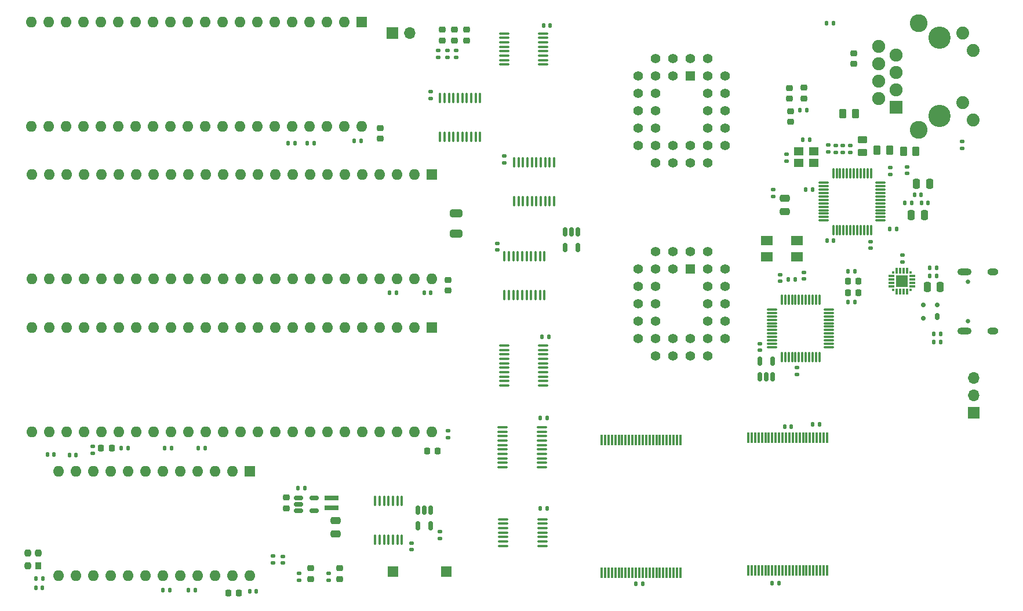
<source format=gts>
G04 #@! TF.GenerationSoftware,KiCad,Pcbnew,8.0.4*
G04 #@! TF.CreationDate,2024-08-18T20:29:47-07:00*
G04 #@! TF.ProjectId,ns32k,6e733332-6b2e-46b6-9963-61645f706362,5*
G04 #@! TF.SameCoordinates,Original*
G04 #@! TF.FileFunction,Soldermask,Top*
G04 #@! TF.FilePolarity,Negative*
%FSLAX46Y46*%
G04 Gerber Fmt 4.6, Leading zero omitted, Abs format (unit mm)*
G04 Created by KiCad (PCBNEW 8.0.4) date 2024-08-18 20:29:47*
%MOMM*%
%LPD*%
G01*
G04 APERTURE LIST*
G04 Aperture macros list*
%AMRoundRect*
0 Rectangle with rounded corners*
0 $1 Rounding radius*
0 $2 $3 $4 $5 $6 $7 $8 $9 X,Y pos of 4 corners*
0 Add a 4 corners polygon primitive as box body*
4,1,4,$2,$3,$4,$5,$6,$7,$8,$9,$2,$3,0*
0 Add four circle primitives for the rounded corners*
1,1,$1+$1,$2,$3*
1,1,$1+$1,$4,$5*
1,1,$1+$1,$6,$7*
1,1,$1+$1,$8,$9*
0 Add four rect primitives between the rounded corners*
20,1,$1+$1,$2,$3,$4,$5,0*
20,1,$1+$1,$4,$5,$6,$7,0*
20,1,$1+$1,$6,$7,$8,$9,0*
20,1,$1+$1,$8,$9,$2,$3,0*%
G04 Aperture macros list end*
%ADD10R,2.000000X0.700000*%
%ADD11RoundRect,0.135000X0.185000X-0.135000X0.185000X0.135000X-0.185000X0.135000X-0.185000X-0.135000X0*%
%ADD12RoundRect,0.140000X0.140000X0.170000X-0.140000X0.170000X-0.140000X-0.170000X0.140000X-0.170000X0*%
%ADD13RoundRect,0.135000X0.135000X0.185000X-0.135000X0.185000X-0.135000X-0.185000X0.135000X-0.185000X0*%
%ADD14RoundRect,0.250000X-0.475000X0.250000X-0.475000X-0.250000X0.475000X-0.250000X0.475000X0.250000X0*%
%ADD15RoundRect,0.140000X-0.170000X0.140000X-0.170000X-0.140000X0.170000X-0.140000X0.170000X0.140000X0*%
%ADD16RoundRect,0.100000X0.100000X-0.637500X0.100000X0.637500X-0.100000X0.637500X-0.100000X-0.637500X0*%
%ADD17RoundRect,0.140000X0.170000X-0.140000X0.170000X0.140000X-0.170000X0.140000X-0.170000X-0.140000X0*%
%ADD18RoundRect,0.135000X-0.135000X-0.185000X0.135000X-0.185000X0.135000X0.185000X-0.135000X0.185000X0*%
%ADD19RoundRect,0.218750X0.218750X0.256250X-0.218750X0.256250X-0.218750X-0.256250X0.218750X-0.256250X0*%
%ADD20RoundRect,0.140000X-0.140000X-0.170000X0.140000X-0.170000X0.140000X0.170000X-0.140000X0.170000X0*%
%ADD21RoundRect,0.218750X-0.256250X0.218750X-0.256250X-0.218750X0.256250X-0.218750X0.256250X0.218750X0*%
%ADD22C,3.250000*%
%ADD23C,1.890000*%
%ADD24R,1.900000X1.900000*%
%ADD25C,1.900000*%
%ADD26C,2.600000*%
%ADD27RoundRect,0.100000X-0.637500X-0.100000X0.637500X-0.100000X0.637500X0.100000X-0.637500X0.100000X0*%
%ADD28RoundRect,0.150000X-0.150000X0.512500X-0.150000X-0.512500X0.150000X-0.512500X0.150000X0.512500X0*%
%ADD29R,1.600000X1.600000*%
%ADD30O,1.600000X1.600000*%
%ADD31RoundRect,0.075000X0.662500X0.075000X-0.662500X0.075000X-0.662500X-0.075000X0.662500X-0.075000X0*%
%ADD32RoundRect,0.075000X0.075000X0.662500X-0.075000X0.662500X-0.075000X-0.662500X0.075000X-0.662500X0*%
%ADD33RoundRect,0.135000X-0.185000X0.135000X-0.185000X-0.135000X0.185000X-0.135000X0.185000X0.135000X0*%
%ADD34RoundRect,0.225000X-0.250000X0.225000X-0.250000X-0.225000X0.250000X-0.225000X0.250000X0.225000X0*%
%ADD35RoundRect,0.100000X-0.100000X0.637500X-0.100000X-0.637500X0.100000X-0.637500X0.100000X0.637500X0*%
%ADD36RoundRect,0.175000X0.175000X0.325000X-0.175000X0.325000X-0.175000X-0.325000X0.175000X-0.325000X0*%
%ADD37RoundRect,0.150000X0.200000X0.150000X-0.200000X0.150000X-0.200000X-0.150000X0.200000X-0.150000X0*%
%ADD38R,1.422400X1.422400*%
%ADD39C,1.422400*%
%ADD40RoundRect,0.250000X0.450000X-0.262500X0.450000X0.262500X-0.450000X0.262500X-0.450000X-0.262500X0*%
%ADD41RoundRect,0.147500X-0.147500X-0.172500X0.147500X-0.172500X0.147500X0.172500X-0.147500X0.172500X0*%
%ADD42RoundRect,0.225000X-0.225000X-0.250000X0.225000X-0.250000X0.225000X0.250000X-0.225000X0.250000X0*%
%ADD43RoundRect,0.250000X-0.262500X-0.450000X0.262500X-0.450000X0.262500X0.450000X-0.262500X0.450000X0*%
%ADD44R,1.400000X1.200000*%
%ADD45RoundRect,0.250000X0.262500X0.450000X-0.262500X0.450000X-0.262500X-0.450000X0.262500X-0.450000X0*%
%ADD46RoundRect,0.225000X0.250000X-0.225000X0.250000X0.225000X-0.250000X0.225000X-0.250000X-0.225000X0*%
%ADD47RoundRect,0.150000X-0.512500X-0.150000X0.512500X-0.150000X0.512500X0.150000X-0.512500X0.150000X0*%
%ADD48R,1.500000X1.500000*%
%ADD49RoundRect,0.250000X-0.250000X-0.475000X0.250000X-0.475000X0.250000X0.475000X-0.250000X0.475000X0*%
%ADD50RoundRect,0.147500X0.172500X-0.147500X0.172500X0.147500X-0.172500X0.147500X-0.172500X-0.147500X0*%
%ADD51R,1.800000X1.400000*%
%ADD52R,0.950000X1.000000*%
%ADD53RoundRect,0.237500X0.237500X-0.262500X0.237500X0.262500X-0.237500X0.262500X-0.237500X-0.262500X0*%
%ADD54RoundRect,0.075000X-0.075000X0.712500X-0.075000X-0.712500X0.075000X-0.712500X0.075000X0.712500X0*%
%ADD55RoundRect,0.150000X0.150000X-0.512500X0.150000X0.512500X-0.150000X0.512500X-0.150000X-0.512500X0*%
%ADD56RoundRect,0.250000X-0.650000X0.325000X-0.650000X-0.325000X0.650000X-0.325000X0.650000X0.325000X0*%
%ADD57R,1.800000X1.800000*%
%ADD58R,0.300000X0.300000*%
%ADD59R,0.300000X0.900000*%
%ADD60R,0.900000X0.300000*%
%ADD61R,1.700000X1.700000*%
%ADD62O,1.700000X1.700000*%
%ADD63RoundRect,0.225000X0.225000X0.250000X-0.225000X0.250000X-0.225000X-0.250000X0.225000X-0.250000X0*%
%ADD64C,0.650000*%
%ADD65O,1.600000X1.000000*%
%ADD66O,2.100000X1.000000*%
G04 APERTURE END LIST*
D10*
X105664000Y-122608600D03*
X105664000Y-124058600D03*
D11*
X178257200Y-72087200D03*
X178257200Y-71067200D03*
D12*
X175917800Y-77571600D03*
X174957800Y-77571600D03*
D11*
X97155000Y-132075200D03*
X97155000Y-131055200D03*
D13*
X103126000Y-70806400D03*
X102106000Y-70806400D03*
D11*
X122631200Y-58235400D03*
X122631200Y-57215400D03*
D14*
X171881800Y-78859200D03*
X171881800Y-80759200D03*
D15*
X173685200Y-103575000D03*
X173685200Y-104535000D03*
D16*
X130937000Y-92990600D03*
X131587000Y-92990600D03*
X132237000Y-92990600D03*
X132887000Y-92990600D03*
X133537000Y-92990600D03*
X134187000Y-92990600D03*
X134837000Y-92990600D03*
X135487000Y-92990600D03*
X136137000Y-92990600D03*
X136787000Y-92990600D03*
X136787000Y-87265600D03*
X136137000Y-87265600D03*
X135487000Y-87265600D03*
X134837000Y-87265600D03*
X134187000Y-87265600D03*
X133537000Y-87265600D03*
X132887000Y-87265600D03*
X132237000Y-87265600D03*
X131587000Y-87265600D03*
X130937000Y-87265600D03*
D17*
X180390800Y-72110600D03*
X180390800Y-71150600D03*
D18*
X84732400Y-136109800D03*
X85752400Y-136109800D03*
D19*
X182677000Y-90930000D03*
X181102000Y-90930000D03*
D13*
X82044000Y-136109800D03*
X81024000Y-136109800D03*
X175131600Y-65927900D03*
X174111600Y-65927900D03*
D20*
X193070000Y-90168000D03*
X194030000Y-90168000D03*
D15*
X117373400Y-129187000D03*
X117373400Y-130147000D03*
D12*
X120164800Y-92625000D03*
X119204800Y-92625000D03*
D13*
X101779800Y-121208800D03*
X100759800Y-121208800D03*
D18*
X114145600Y-92625000D03*
X115165600Y-92625000D03*
D21*
X106883200Y-132858500D03*
X106883200Y-134433500D03*
D15*
X98552000Y-131142800D03*
X98552000Y-132102800D03*
D13*
X182120000Y-89533000D03*
X181100000Y-89533000D03*
D17*
X187299600Y-75333800D03*
X187299600Y-74373800D03*
D22*
X194508600Y-66776600D03*
X194508600Y-55346600D03*
D23*
X197888600Y-54736600D03*
X199408600Y-57276600D03*
X197888600Y-64846600D03*
X199408600Y-67386600D03*
D24*
X188168600Y-65506600D03*
D25*
X185628600Y-64236600D03*
X188168600Y-62966600D03*
X185628600Y-61696600D03*
X188168600Y-60426600D03*
X185628600Y-59156600D03*
X188168600Y-57886600D03*
X185628600Y-56616600D03*
D26*
X191458600Y-68836600D03*
X191458600Y-53286600D03*
D21*
X123647200Y-54194700D03*
X123647200Y-55769700D03*
D19*
X182677000Y-92611000D03*
X181102000Y-92611000D03*
D27*
X130868500Y-54764600D03*
X130868500Y-55414600D03*
X130868500Y-56064600D03*
X130868500Y-56714600D03*
X130868500Y-57364600D03*
X130868500Y-58014600D03*
X130868500Y-58664600D03*
X130868500Y-59314600D03*
X136593500Y-59314600D03*
X136593500Y-58664600D03*
X136593500Y-58014600D03*
X136593500Y-57364600D03*
X136593500Y-56714600D03*
X136593500Y-56064600D03*
X136593500Y-55414600D03*
X136593500Y-54764600D03*
D12*
X151102000Y-135144600D03*
X150142000Y-135144600D03*
D20*
X93741600Y-136246600D03*
X94701600Y-136246600D03*
D28*
X141691400Y-83723900D03*
X140741400Y-83723900D03*
X139791400Y-83723900D03*
X139791400Y-85998900D03*
X141691400Y-85998900D03*
D17*
X174650400Y-90599200D03*
X174650400Y-89639200D03*
D29*
X110109000Y-53102600D03*
D30*
X107569000Y-53102600D03*
X105029000Y-53102600D03*
X102489000Y-53102600D03*
X99949000Y-53102600D03*
X97409000Y-53102600D03*
X94869000Y-53102600D03*
X92329000Y-53102600D03*
X89789000Y-53102600D03*
X87249000Y-53102600D03*
X84709000Y-53102600D03*
X82169000Y-53102600D03*
X79629000Y-53102600D03*
X77089000Y-53102600D03*
X74549000Y-53102600D03*
X72009000Y-53102600D03*
X69469000Y-53102600D03*
X66929000Y-53102600D03*
X64389000Y-53102600D03*
X61849000Y-53102600D03*
X61849000Y-68342600D03*
X64389000Y-68342600D03*
X66929000Y-68342600D03*
X69469000Y-68342600D03*
X72009000Y-68342600D03*
X74549000Y-68342600D03*
X77089000Y-68342600D03*
X79629000Y-68342600D03*
X82169000Y-68342600D03*
X84709000Y-68342600D03*
X87249000Y-68342600D03*
X89789000Y-68342600D03*
X92329000Y-68342600D03*
X94869000Y-68342600D03*
X97409000Y-68342600D03*
X99949000Y-68342600D03*
X102489000Y-68342600D03*
X105029000Y-68342600D03*
X107569000Y-68342600D03*
X110109000Y-68342600D03*
D29*
X120309000Y-75327600D03*
D30*
X117769000Y-75327600D03*
X115229000Y-75327600D03*
X112689000Y-75327600D03*
X110149000Y-75327600D03*
X107609000Y-75327600D03*
X105069000Y-75327600D03*
X102529000Y-75327600D03*
X99989000Y-75327600D03*
X97449000Y-75327600D03*
X94909000Y-75327600D03*
X92369000Y-75327600D03*
X89829000Y-75327600D03*
X87289000Y-75327600D03*
X84749000Y-75327600D03*
X82209000Y-75327600D03*
X79669000Y-75327600D03*
X77129000Y-75327600D03*
X74589000Y-75327600D03*
X72049000Y-75327600D03*
X69509000Y-75327600D03*
X66969000Y-75327600D03*
X64429000Y-75327600D03*
X61889000Y-75327600D03*
X61889000Y-90567600D03*
X64429000Y-90567600D03*
X66969000Y-90567600D03*
X69509000Y-90567600D03*
X72049000Y-90567600D03*
X74589000Y-90567600D03*
X77129000Y-90567600D03*
X79669000Y-90567600D03*
X82209000Y-90567600D03*
X84749000Y-90567600D03*
X87289000Y-90567600D03*
X89829000Y-90567600D03*
X92369000Y-90567600D03*
X94909000Y-90567600D03*
X97449000Y-90567600D03*
X99989000Y-90567600D03*
X102529000Y-90567600D03*
X105069000Y-90567600D03*
X107609000Y-90567600D03*
X110149000Y-90567600D03*
X112689000Y-90567600D03*
X115229000Y-90567600D03*
X117769000Y-90567600D03*
X120309000Y-90567600D03*
D12*
X178991200Y-84988400D03*
X178031200Y-84988400D03*
D20*
X62484600Y-135754200D03*
X63444600Y-135754200D03*
D31*
X178355700Y-100585400D03*
X178355700Y-100085400D03*
X178355700Y-99585400D03*
X178355700Y-99085400D03*
X178355700Y-98585400D03*
X178355700Y-98085400D03*
X178355700Y-97585400D03*
X178355700Y-97085400D03*
X178355700Y-96585400D03*
X178355700Y-96085400D03*
X178355700Y-95585400D03*
X178355700Y-95085400D03*
D32*
X176943200Y-93672900D03*
X176443200Y-93672900D03*
X175943200Y-93672900D03*
X175443200Y-93672900D03*
X174943200Y-93672900D03*
X174443200Y-93672900D03*
X173943200Y-93672900D03*
X173443200Y-93672900D03*
X172943200Y-93672900D03*
X172443200Y-93672900D03*
X171943200Y-93672900D03*
X171443200Y-93672900D03*
D31*
X170030700Y-95085400D03*
X170030700Y-95585400D03*
X170030700Y-96085400D03*
X170030700Y-96585400D03*
X170030700Y-97085400D03*
X170030700Y-97585400D03*
X170030700Y-98085400D03*
X170030700Y-98585400D03*
X170030700Y-99085400D03*
X170030700Y-99585400D03*
X170030700Y-100085400D03*
X170030700Y-100585400D03*
D32*
X171443200Y-101997900D03*
X171943200Y-101997900D03*
X172443200Y-101997900D03*
X172943200Y-101997900D03*
X173443200Y-101997900D03*
X173943200Y-101997900D03*
X174443200Y-101997900D03*
X174943200Y-101997900D03*
X175443200Y-101997900D03*
X175943200Y-101997900D03*
X176443200Y-101997900D03*
X176943200Y-101997900D03*
D33*
X189103000Y-87118000D03*
X189103000Y-88138000D03*
D29*
X120309000Y-97679600D03*
D30*
X117769000Y-97679600D03*
X115229000Y-97679600D03*
X112689000Y-97679600D03*
X110149000Y-97679600D03*
X107609000Y-97679600D03*
X105069000Y-97679600D03*
X102529000Y-97679600D03*
X99989000Y-97679600D03*
X97449000Y-97679600D03*
X94909000Y-97679600D03*
X92369000Y-97679600D03*
X89829000Y-97679600D03*
X87289000Y-97679600D03*
X84749000Y-97679600D03*
X82209000Y-97679600D03*
X79669000Y-97679600D03*
X77129000Y-97679600D03*
X74589000Y-97679600D03*
X72049000Y-97679600D03*
X69509000Y-97679600D03*
X66969000Y-97679600D03*
X64429000Y-97679600D03*
X61889000Y-97679600D03*
X61889000Y-112919600D03*
X64429000Y-112919600D03*
X66969000Y-112919600D03*
X69509000Y-112919600D03*
X72049000Y-112919600D03*
X74589000Y-112919600D03*
X77129000Y-112919600D03*
X79669000Y-112919600D03*
X82209000Y-112919600D03*
X84749000Y-112919600D03*
X87289000Y-112919600D03*
X89829000Y-112919600D03*
X92369000Y-112919600D03*
X94909000Y-112919600D03*
X97449000Y-112919600D03*
X99989000Y-112919600D03*
X102529000Y-112919600D03*
X105069000Y-112919600D03*
X107609000Y-112919600D03*
X110149000Y-112919600D03*
X112689000Y-112919600D03*
X115229000Y-112919600D03*
X117769000Y-112919600D03*
X120309000Y-112919600D03*
D18*
X178001200Y-53263800D03*
X179021200Y-53263800D03*
D33*
X105283000Y-133644000D03*
X105283000Y-134664000D03*
D34*
X112776000Y-68583600D03*
X112776000Y-70133600D03*
D35*
X115945200Y-122994500D03*
X115295200Y-122994500D03*
X114645200Y-122994500D03*
X113995200Y-122994500D03*
X113345200Y-122994500D03*
X112695200Y-122994500D03*
X112045200Y-122994500D03*
X112045200Y-128719500D03*
X112695200Y-128719500D03*
X113345200Y-128719500D03*
X113995200Y-128719500D03*
X114645200Y-128719500D03*
X115295200Y-128719500D03*
X115945200Y-128719500D03*
D20*
X191874200Y-79470200D03*
X192834200Y-79470200D03*
D36*
X194143600Y-96139100D03*
D37*
X194143600Y-94439100D03*
X192143600Y-94439100D03*
X192143600Y-96339100D03*
D38*
X158115000Y-89170600D03*
D39*
X155575000Y-86630600D03*
X155575000Y-89170600D03*
X153035000Y-86630600D03*
X150495000Y-89170600D03*
X153035000Y-89170600D03*
X150495000Y-91710600D03*
X153035000Y-91710600D03*
X150495000Y-94250600D03*
X153035000Y-94250600D03*
X150495000Y-96790600D03*
X153035000Y-96790600D03*
X150495000Y-99330600D03*
X153035000Y-101870600D03*
X153035000Y-99330600D03*
X155575000Y-101870600D03*
X155575000Y-99330600D03*
X158115000Y-101870600D03*
X158115000Y-99330600D03*
X160655000Y-101870600D03*
X163195000Y-99330600D03*
X160655000Y-99330600D03*
X163195000Y-96790600D03*
X160655000Y-96790600D03*
X163195000Y-94250600D03*
X160655000Y-94250600D03*
X163195000Y-91710600D03*
X160655000Y-91710600D03*
X163195000Y-89170600D03*
X160655000Y-86630600D03*
X160655000Y-89170600D03*
X158115000Y-86630600D03*
D18*
X187221400Y-83337400D03*
X188241400Y-83337400D03*
D40*
X183261000Y-72134100D03*
X183261000Y-70309100D03*
D41*
X190827800Y-78301800D03*
X191797800Y-78301800D03*
D27*
X130741500Y-125701600D03*
X130741500Y-126351600D03*
X130741500Y-127001600D03*
X130741500Y-127651600D03*
X130741500Y-128301600D03*
X130741500Y-128951600D03*
X130741500Y-129601600D03*
X136466500Y-129601600D03*
X136466500Y-128951600D03*
X136466500Y-128301600D03*
X136466500Y-127651600D03*
X136466500Y-127001600D03*
X136466500Y-126351600D03*
X136466500Y-125701600D03*
D12*
X65148400Y-116272400D03*
X64188400Y-116272400D03*
D14*
X106299000Y-125939600D03*
X106299000Y-127839600D03*
D13*
X194080000Y-89025000D03*
X193060000Y-89025000D03*
D42*
X71996000Y-115332600D03*
X73546000Y-115332600D03*
D43*
X185373000Y-71831200D03*
X187198000Y-71831200D03*
D12*
X171015600Y-135017604D03*
X170055600Y-135017604D03*
D18*
X81278000Y-115332600D03*
X82298000Y-115332600D03*
D21*
X125425200Y-54194700D03*
X125425200Y-55769700D03*
D15*
X184429400Y-85143400D03*
X184429400Y-86103400D03*
D34*
X122682000Y-90732400D03*
X122682000Y-92282400D03*
D13*
X182120000Y-93978000D03*
X181100000Y-93978000D03*
X194644200Y-99845400D03*
X193624200Y-99845400D03*
D21*
X174647000Y-62676600D03*
X174647000Y-64251600D03*
D34*
X99085400Y-122542000D03*
X99085400Y-124092000D03*
D43*
X189231900Y-71958200D03*
X191056900Y-71958200D03*
D17*
X181457600Y-72110600D03*
X181457600Y-71150600D03*
D16*
X132330000Y-79272600D03*
X132980000Y-79272600D03*
X133630000Y-79272600D03*
X134280000Y-79272600D03*
X134930000Y-79272600D03*
X135580000Y-79272600D03*
X136230000Y-79272600D03*
X136880000Y-79272600D03*
X137530000Y-79272600D03*
X138180000Y-79272600D03*
X138180000Y-73547600D03*
X137530000Y-73547600D03*
X136880000Y-73547600D03*
X136230000Y-73547600D03*
X135580000Y-73547600D03*
X134930000Y-73547600D03*
X134280000Y-73547600D03*
X133630000Y-73547600D03*
X132980000Y-73547600D03*
X132330000Y-73547600D03*
D44*
X176131400Y-71946400D03*
X173931400Y-71946400D03*
X173931400Y-73646400D03*
X176131400Y-73646400D03*
D42*
X119621000Y-115713600D03*
X121171000Y-115713600D03*
D11*
X197815200Y-71579200D03*
X197815200Y-70559200D03*
D21*
X121869200Y-54194700D03*
X121869200Y-55769700D03*
D20*
X67414200Y-116374000D03*
X68374200Y-116374000D03*
D45*
X182192300Y-66497200D03*
X180367300Y-66497200D03*
D17*
X189738000Y-75181400D03*
X189738000Y-74221400D03*
D20*
X136426000Y-99110800D03*
X137386000Y-99110800D03*
D11*
X121259600Y-58235400D03*
X121259600Y-57215400D03*
D17*
X171221400Y-90980200D03*
X171221400Y-90020200D03*
D12*
X190395800Y-79521000D03*
X189435800Y-79521000D03*
D46*
X181991000Y-59195000D03*
X181991000Y-57645000D03*
D27*
X130868500Y-100342600D03*
X130868500Y-100992600D03*
X130868500Y-101642600D03*
X130868500Y-102292600D03*
X130868500Y-102942600D03*
X130868500Y-103592600D03*
X130868500Y-104242600D03*
X130868500Y-104892600D03*
X130868500Y-105542600D03*
X130868500Y-106192600D03*
X136593500Y-106192600D03*
X136593500Y-105542600D03*
X136593500Y-104892600D03*
X136593500Y-104242600D03*
X136593500Y-103592600D03*
X136593500Y-102942600D03*
X136593500Y-102292600D03*
X136593500Y-101642600D03*
X136593500Y-100992600D03*
X136593500Y-100342600D03*
D47*
X100843500Y-122576600D03*
X100843500Y-123526600D03*
X100843500Y-124476600D03*
X103118500Y-124476600D03*
X103118500Y-122576600D03*
D48*
X114641800Y-133350000D03*
X122441800Y-133350000D03*
D18*
X62482600Y-134357200D03*
X63502600Y-134357200D03*
D49*
X190362800Y-81299000D03*
X192262800Y-81299000D03*
D50*
X179349400Y-72138400D03*
X179349400Y-71168400D03*
D51*
X169224600Y-87407600D03*
X173624600Y-87407600D03*
X173624600Y-85007600D03*
X169224600Y-85007600D03*
D18*
X172362400Y-90728800D03*
X173382400Y-90728800D03*
D13*
X100332000Y-70806400D03*
X99312000Y-70806400D03*
D52*
X62827200Y-132471600D03*
D53*
X62827200Y-130621600D03*
X61277200Y-130621600D03*
X61277200Y-132471600D03*
D18*
X86231000Y-115332600D03*
X87251000Y-115332600D03*
D54*
X156630000Y-114118600D03*
X156130000Y-114118600D03*
X155630000Y-114118600D03*
X155130000Y-114118600D03*
X154630000Y-114118600D03*
X154130000Y-114118600D03*
X153630000Y-114118600D03*
X153130000Y-114118600D03*
X152630000Y-114118600D03*
X152130000Y-114118600D03*
X151630000Y-114118600D03*
X151130000Y-114118600D03*
X150630000Y-114118600D03*
X150130000Y-114118600D03*
X149630000Y-114118600D03*
X149130000Y-114118600D03*
X148630000Y-114118600D03*
X148130000Y-114118600D03*
X147630000Y-114118600D03*
X147130000Y-114118600D03*
X146630000Y-114118600D03*
X146130000Y-114118600D03*
X145630000Y-114118600D03*
X145130000Y-114118600D03*
X145130000Y-133493600D03*
X145630000Y-133493600D03*
X146130000Y-133493600D03*
X146630000Y-133493600D03*
X147130000Y-133493600D03*
X147630000Y-133493600D03*
X148130000Y-133493600D03*
X148630000Y-133493600D03*
X149130000Y-133493600D03*
X149630000Y-133493600D03*
X150130000Y-133493600D03*
X150630000Y-133493600D03*
X151130000Y-133493600D03*
X151630000Y-133493600D03*
X152130000Y-133493600D03*
X152630000Y-133493600D03*
X153130000Y-133493600D03*
X153630000Y-133493600D03*
X154130000Y-133493600D03*
X154630000Y-133493600D03*
X155130000Y-133493600D03*
X155630000Y-133493600D03*
X156130000Y-133493600D03*
X156630000Y-133493600D03*
X178053000Y-113808600D03*
X177553000Y-113808600D03*
X177053000Y-113808600D03*
X176553000Y-113808600D03*
X176053000Y-113808600D03*
X175553000Y-113808600D03*
X175053000Y-113808600D03*
X174553000Y-113808600D03*
X174053000Y-113808600D03*
X173553000Y-113808600D03*
X173053000Y-113808600D03*
X172553000Y-113808600D03*
X172053000Y-113808600D03*
X171553000Y-113808600D03*
X171053000Y-113808600D03*
X170553000Y-113808600D03*
X170053000Y-113808600D03*
X169553000Y-113808600D03*
X169053000Y-113808600D03*
X168553000Y-113808600D03*
X168053000Y-113808600D03*
X167553000Y-113808600D03*
X167053000Y-113808600D03*
X166553000Y-113808600D03*
X166553000Y-133183600D03*
X167053000Y-133183600D03*
X167553000Y-133183600D03*
X168053000Y-133183600D03*
X168553000Y-133183600D03*
X169053000Y-133183600D03*
X169553000Y-133183600D03*
X170053000Y-133183600D03*
X170553000Y-133183600D03*
X171053000Y-133183600D03*
X171553000Y-133183600D03*
X172053000Y-133183600D03*
X172553000Y-133183600D03*
X173053000Y-133183600D03*
X173553000Y-133183600D03*
X174053000Y-133183600D03*
X174553000Y-133183600D03*
X175053000Y-133183600D03*
X175553000Y-133183600D03*
X176053000Y-133183600D03*
X176553000Y-133183600D03*
X177053000Y-133183600D03*
X177553000Y-133183600D03*
X178053000Y-133183600D03*
D20*
X136172000Y-124095600D03*
X137132000Y-124095600D03*
D50*
X170205400Y-78541600D03*
X170205400Y-77571600D03*
D15*
X122682000Y-112820600D03*
X122682000Y-113780600D03*
D29*
X93751400Y-118736200D03*
D30*
X91211400Y-118736200D03*
X88671400Y-118736200D03*
X86131400Y-118736200D03*
X83591400Y-118736200D03*
X81051400Y-118736200D03*
X78511400Y-118736200D03*
X75971400Y-118736200D03*
X73431400Y-118736200D03*
X70891400Y-118736200D03*
X68351400Y-118736200D03*
X65811400Y-118736200D03*
X65811400Y-133976200D03*
X68351400Y-133976200D03*
X70891400Y-133976200D03*
X73431400Y-133976200D03*
X75971400Y-133976200D03*
X78511400Y-133976200D03*
X81051400Y-133976200D03*
X83591400Y-133976200D03*
X86131400Y-133976200D03*
X88671400Y-133976200D03*
X91211400Y-133976200D03*
X93751400Y-133976200D03*
D33*
X100965000Y-133644000D03*
X100965000Y-134664000D03*
D12*
X172819000Y-112157600D03*
X171859000Y-112157600D03*
D17*
X168224200Y-101013200D03*
X168224200Y-100053200D03*
X129895600Y-86399400D03*
X129895600Y-85439400D03*
D55*
X168214000Y-104871100D03*
X169164000Y-104871100D03*
X170114000Y-104871100D03*
X170114000Y-102596100D03*
X168214000Y-102596100D03*
D21*
X172567600Y-62737900D03*
X172567600Y-64312900D03*
D13*
X176991200Y-111861600D03*
X175971200Y-111861600D03*
D15*
X121539000Y-127536000D03*
X121539000Y-128496000D03*
D20*
X136629200Y-53619400D03*
X137589200Y-53619400D03*
D56*
X123875800Y-81075000D03*
X123875800Y-84025000D03*
D16*
X121531000Y-69876600D03*
X122181000Y-69876600D03*
X122831000Y-69876600D03*
X123481000Y-69876600D03*
X124131000Y-69876600D03*
X124781000Y-69876600D03*
X125431000Y-69876600D03*
X126081000Y-69876600D03*
X126731000Y-69876600D03*
X127381000Y-69876600D03*
X127381000Y-64151600D03*
X126731000Y-64151600D03*
X126081000Y-64151600D03*
X125431000Y-64151600D03*
X124781000Y-64151600D03*
X124131000Y-64151600D03*
X123481000Y-64151600D03*
X122831000Y-64151600D03*
X122181000Y-64151600D03*
X121531000Y-64151600D03*
D12*
X175486000Y-70307200D03*
X174526000Y-70307200D03*
D21*
X102590600Y-132858500D03*
X102590600Y-134433500D03*
D13*
X194644200Y-98626200D03*
X193624200Y-98626200D03*
D17*
X130937000Y-73648600D03*
X130937000Y-72688600D03*
X120142000Y-64250600D03*
X120142000Y-63290600D03*
D38*
X158115000Y-60976600D03*
D39*
X155575000Y-58436600D03*
X155575000Y-60976600D03*
X153035000Y-58436600D03*
X150495000Y-60976600D03*
X153035000Y-60976600D03*
X150495000Y-63516600D03*
X153035000Y-63516600D03*
X150495000Y-66056600D03*
X153035000Y-66056600D03*
X150495000Y-68596600D03*
X153035000Y-68596600D03*
X150495000Y-71136600D03*
X153035000Y-73676600D03*
X153035000Y-71136600D03*
X155575000Y-73676600D03*
X155575000Y-71136600D03*
X158115000Y-73676600D03*
X158115000Y-71136600D03*
X160655000Y-73676600D03*
X163195000Y-71136600D03*
X160655000Y-71136600D03*
X163195000Y-68596600D03*
X160655000Y-68596600D03*
X163195000Y-66056600D03*
X160655000Y-66056600D03*
X163195000Y-63516600D03*
X160655000Y-63516600D03*
X163195000Y-60976600D03*
X160655000Y-58436600D03*
X160655000Y-60976600D03*
X158115000Y-58436600D03*
D31*
X185874100Y-82074200D03*
X185874100Y-81574200D03*
X185874100Y-81074200D03*
X185874100Y-80574200D03*
X185874100Y-80074200D03*
X185874100Y-79574200D03*
X185874100Y-79074200D03*
X185874100Y-78574200D03*
X185874100Y-78074200D03*
X185874100Y-77574200D03*
X185874100Y-77074200D03*
X185874100Y-76574200D03*
D32*
X184461600Y-75161700D03*
X183961600Y-75161700D03*
X183461600Y-75161700D03*
X182961600Y-75161700D03*
X182461600Y-75161700D03*
X181961600Y-75161700D03*
X181461600Y-75161700D03*
X180961600Y-75161700D03*
X180461600Y-75161700D03*
X179961600Y-75161700D03*
X179461600Y-75161700D03*
X178961600Y-75161700D03*
D31*
X177549100Y-76574200D03*
X177549100Y-77074200D03*
X177549100Y-77574200D03*
X177549100Y-78074200D03*
X177549100Y-78574200D03*
X177549100Y-79074200D03*
X177549100Y-79574200D03*
X177549100Y-80074200D03*
X177549100Y-80574200D03*
X177549100Y-81074200D03*
X177549100Y-81574200D03*
X177549100Y-82074200D03*
D32*
X178961600Y-83486700D03*
X179461600Y-83486700D03*
X179961600Y-83486700D03*
X180461600Y-83486700D03*
X180961600Y-83486700D03*
X181461600Y-83486700D03*
X181961600Y-83486700D03*
X182461600Y-83486700D03*
X182961600Y-83486700D03*
X183461600Y-83486700D03*
X183961600Y-83486700D03*
X184461600Y-83486700D03*
D57*
X188976000Y-90930000D03*
D58*
X187726000Y-92180000D03*
D59*
X188226000Y-92480000D03*
X188726000Y-92480000D03*
X189226000Y-92480000D03*
X189726000Y-92480000D03*
D58*
X190226000Y-92180000D03*
D60*
X190526000Y-91680000D03*
X190526000Y-91180000D03*
X190526000Y-90680000D03*
X190526000Y-90180000D03*
D58*
X190226000Y-89680000D03*
D59*
X189726000Y-89380000D03*
X189226000Y-89380000D03*
X188726000Y-89380000D03*
X188226000Y-89380000D03*
D58*
X187726000Y-89680000D03*
D60*
X187426000Y-90180000D03*
X187426000Y-90680000D03*
X187426000Y-91180000D03*
X187426000Y-91680000D03*
D28*
X120177600Y-124414700D03*
X119227600Y-124414700D03*
X118277600Y-124414700D03*
X118277600Y-126689700D03*
X120177600Y-126689700D03*
D17*
X172161200Y-73378000D03*
X172161200Y-72418000D03*
D27*
X130683000Y-112269600D03*
X130683000Y-112919600D03*
X130683000Y-113569600D03*
X130683000Y-114219600D03*
X130683000Y-114869600D03*
X130683000Y-115519600D03*
X130683000Y-116169600D03*
X130683000Y-116819600D03*
X130683000Y-117469600D03*
X130683000Y-118119600D03*
X136408000Y-118119600D03*
X136408000Y-117469600D03*
X136408000Y-116819600D03*
X136408000Y-116169600D03*
X136408000Y-115519600D03*
X136408000Y-114869600D03*
X136408000Y-114219600D03*
X136408000Y-113569600D03*
X136408000Y-112919600D03*
X136408000Y-112269600D03*
D49*
X192676200Y-91768200D03*
X194576200Y-91768200D03*
D61*
X199466200Y-110185200D03*
D62*
X199466200Y-107645200D03*
X199466200Y-105105200D03*
D34*
X172716600Y-66118100D03*
X172716600Y-67668100D03*
D15*
X70764400Y-115106600D03*
X70764400Y-116066600D03*
D63*
X92164200Y-136516200D03*
X90614200Y-136516200D03*
D49*
X191140000Y-76701600D03*
X193040000Y-76701600D03*
D61*
X114599800Y-54677400D03*
D62*
X117139800Y-54677400D03*
D13*
X75948000Y-115332600D03*
X74928000Y-115332600D03*
D12*
X109954000Y-70425400D03*
X108994000Y-70425400D03*
D11*
X123901200Y-58235400D03*
X123901200Y-57215400D03*
D20*
X136172000Y-110887600D03*
X137132000Y-110887600D03*
D64*
X198639200Y-91039200D03*
X198639200Y-96819200D03*
D65*
X202319200Y-89609200D03*
D66*
X198139200Y-89609200D03*
D65*
X202319200Y-98249200D03*
D66*
X198139200Y-98249200D03*
M02*

</source>
